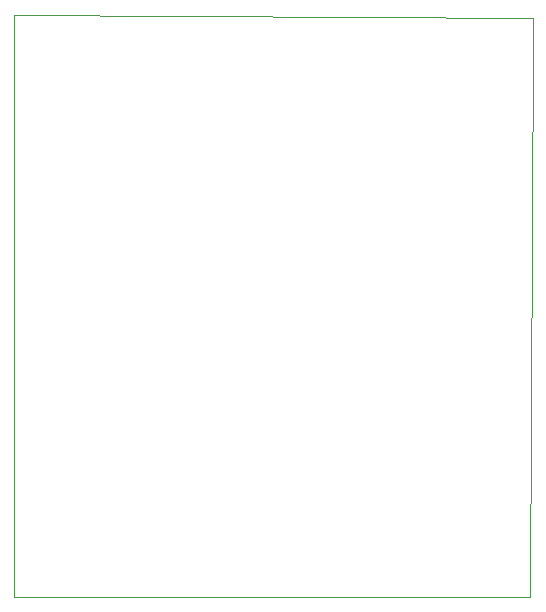
<source format=gbr>
%TF.GenerationSoftware,KiCad,Pcbnew,(6.0.0-0)*%
%TF.CreationDate,2022-05-05T17:05:30-04:00*%
%TF.ProjectId,networking,6e657477-6f72-46b6-996e-672e6b696361,rev?*%
%TF.SameCoordinates,Original*%
%TF.FileFunction,Profile,NP*%
%FSLAX46Y46*%
G04 Gerber Fmt 4.6, Leading zero omitted, Abs format (unit mm)*
G04 Created by KiCad (PCBNEW (6.0.0-0)) date 2022-05-05 17:05:30*
%MOMM*%
%LPD*%
G01*
G04 APERTURE LIST*
%TA.AperFunction,Profile*%
%ADD10C,0.100000*%
%TD*%
G04 APERTURE END LIST*
D10*
X175514000Y-112522000D02*
X175514000Y-115062000D01*
X131572000Y-112268000D02*
X175514000Y-112522000D01*
X131572000Y-161544000D02*
X131572000Y-112268000D01*
X175260000Y-161544000D02*
X131572000Y-161544000D01*
X175514000Y-114300000D02*
X175260000Y-161544000D01*
M02*

</source>
